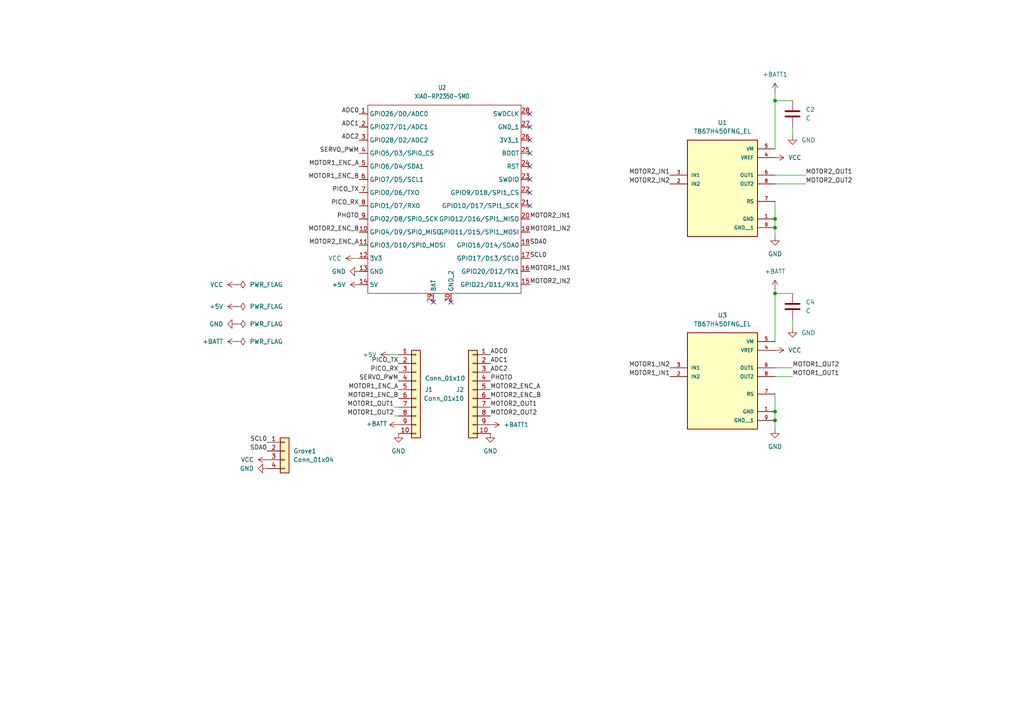
<source format=kicad_sch>
(kicad_sch (version 20250114) (generator "eeschema") (generator_version "9.0")
  (paper "A4")
  (lib_symbols
    (symbol "Connector_Generic:Conn_01x04" (pin_names (offset 1.016) (hide yes))
      (property "Reference" "J" (at 0 5.08 0))
      (property "Value" "Conn_01x04" (at 0 -7.62 0))
      (symbol "Conn_01x04_1_1"
        (rectangle (start -1.27 3.81) (end 1.27 -6.35) (stroke (width 0.254)) (fill (type background)))
        (rectangle (start -1.27 2.667) (end 0 2.413) (stroke (width 0.1524)))
        (rectangle (start -1.27 0.127) (end 0 -0.127) (stroke (width 0.1524)))
        (rectangle (start -1.27 -2.413) (end 0 -2.667) (stroke (width 0.1524)))
        (rectangle (start -1.27 -4.953) (end 0 -5.207) (stroke (width 0.1524)))
        (pin passive line (at -5.08 2.54 0) (length 3.81) (name "Pin_1") (number "1"))
        (pin passive line (at -5.08 0 0) (length 3.81) (name "Pin_2") (number "2"))
        (pin passive line (at -5.08 -2.54 0) (length 3.81) (name "Pin_3") (number "3"))
        (pin passive line (at -5.08 -5.08 0) (length 3.81) (name "Pin_4") (number "4"))
      )
    )
    (symbol "Connector_Generic:Conn_01x10" (pin_names (offset 1.016) (hide yes))
      (property "Reference" "J" (at 0 12.7 0))
      (property "Value" "Conn_01x10" (at 0 -15.24 0))
      (symbol "Conn_01x10_1_1"
        (rectangle (start -1.27 11.43) (end 1.27 -13.97) (stroke (width 0.254)) (fill (type background)))
        (rectangle (start -1.27 10.287) (end 0 10.033) (stroke (width 0.1524)))
        (rectangle (start -1.27 7.747) (end 0 7.493) (stroke (width 0.1524)))
        (rectangle (start -1.27 5.207) (end 0 4.953) (stroke (width 0.1524)))
        (rectangle (start -1.27 2.667) (end 0 2.413) (stroke (width 0.1524)))
        (rectangle (start -1.27 0.127) (end 0 -0.127) (stroke (width 0.1524)))
        (rectangle (start -1.27 -2.413) (end 0 -2.667) (stroke (width 0.1524)))
        (rectangle (start -1.27 -4.953) (end 0 -5.207) (stroke (width 0.1524)))
        (rectangle (start -1.27 -7.493) (end 0 -7.747) (stroke (width 0.1524)))
        (rectangle (start -1.27 -10.033) (end 0 -10.287) (stroke (width 0.1524)))
        (rectangle (start -1.27 -12.573) (end 0 -12.827) (stroke (width 0.1524)))
        (pin passive line (at -5.08 10.16 0) (length 3.81) (name "Pin_1") (number "1"))
        (pin passive line (at -5.08 7.62 0) (length 3.81) (name "Pin_2") (number "2"))
        (pin passive line (at -5.08 5.08 0) (length 3.81) (name "Pin_3") (number "3"))
        (pin passive line (at -5.08 2.54 0) (length 3.81) (name "Pin_4") (number "4"))
        (pin passive line (at -5.08 0 0) (length 3.81) (name "Pin_5") (number "5"))
        (pin passive line (at -5.08 -2.54 0) (length 3.81) (name "Pin_6") (number "6"))
        (pin passive line (at -5.08 -5.08 0) (length 3.81) (name "Pin_7") (number "7"))
        (pin passive line (at -5.08 -7.62 0) (length 3.81) (name "Pin_8") (number "8"))
        (pin passive line (at -5.08 -10.16 0) (length 3.81) (name "Pin_9") (number "9"))
        (pin passive line (at -5.08 -12.7 0) (length 3.81) (name "Pin_10") (number "10"))
      )
    )
    (symbol "Device:C" (pin_numbers (hide yes)) (pin_names (offset 0.254))
      (property "Reference" "C" (at 0.635 2.54 0))
      (property "Value" "C" (at 0.635 -2.54 0))
      (symbol "C_0_1"
        (polyline (pts (xy -2.032 0.762) (xy 2.032 0.762)) (stroke (width 0.508)))
        (polyline (pts (xy -2.032 -0.762) (xy 2.032 -0.762)) (stroke (width 0.508)))
      )
      (symbol "C_1_1"
        (pin passive line (at 0 3.81 270) (length 2.794) (name "~") (number "1"))
        (pin passive line (at 0 -3.81 90) (length 2.794) (name "~") (number "2"))
      )
    )
    (symbol "Seeed_Studio_XIAO_Series:XIAO-RP2350-SMD"
      (property "Reference" "U" (at -21.59 27.432 0))
      (property "Value" "XIAO-RP2350-SMD" (at -21.59 25.654 0))
      (symbol "XIAO-RP2350-SMD_0_1"
        (rectangle (start -21.59 25.4) (end 22.86 -29.21))
      )
      (symbol "XIAO-RP2350-SMD_1_0"
        (polyline (pts (xy -22.86 -3.81) (xy -21.59 -3.81)) (stroke (width 0.1524)))
        (polyline (pts (xy -22.86 -7.62) (xy -21.59 -7.62)) (stroke (width 0.1524)))
        (polyline (pts (xy -22.86 -11.43) (xy -21.59 -11.43)) (stroke (width 0.1524)))
        (polyline (pts (xy -22.86 -15.24) (xy -21.59 -15.24)) (stroke (width 0.1524)))
        (polyline (pts (xy -22.86 -19.05) (xy -21.59 -19.05)) (stroke (width 0.1524)))
        (polyline (pts (xy -22.86 -22.86) (xy -21.59 -22.86)) (stroke (width 0.1524)))
        (polyline (pts (xy -22.86 -26.67) (xy -21.59 -26.67)) (stroke (width 0.1524)))
        (polyline (pts (xy -21.59 22.86) (xy -22.86 22.86)) (stroke (width 0.1524)))
        (polyline (pts (xy -21.59 19.05) (xy -22.86 19.05)) (stroke (width 0.1524)))
        (polyline (pts (xy -21.59 15.24) (xy -22.86 15.24)) (stroke (width 0.1524)))
        (polyline (pts (xy -21.59 11.43) (xy -22.86 11.43)) (stroke (width 0.1524)))
        (polyline (pts (xy -21.59 7.62) (xy -22.86 7.62)) (stroke (width 0.1524)))
        (polyline (pts (xy -21.59 3.81) (xy -22.86 3.81)) (stroke (width 0.1524)))
        (polyline (pts (xy -21.59 0) (xy -22.86 0)) (stroke (width 0.1524)))
        (pin passive line (at -24.13 22.86 0) (length 2.54) (name "GPIO26/D0/ADC0") (number "1"))
        (pin passive line (at -24.13 19.05 0) (length 2.54) (name "GPIO27/D1/ADC1") (number "2"))
        (pin passive line (at -24.13 15.24 0) (length 2.54) (name "GPIO28/D2/ADC2") (number "3"))
        (pin passive line (at -24.13 11.43 0) (length 2.54) (name "GPIO5/D3/SPI0_CS") (number "4"))
        (pin passive line (at -24.13 7.62 0) (length 2.54) (name "GPIO6/D4/SDA1") (number "5"))
        (pin passive line (at -24.13 3.81 0) (length 2.54) (name "GPIO7/D5/SCL1") (number "6"))
        (pin passive line (at -24.13 0 0) (length 2.54) (name "GPIO0/D6/TXO") (number "7"))
        (pin passive line (at -24.13 -3.81 0) (length 2.54) (name "GPIO1/D7/RX0") (number "8"))
        (pin passive line (at -24.13 -7.62 0) (length 2.54) (name "GPIO2/D8/SPI0_SCK") (number "9"))
        (pin passive line (at -24.13 -11.43 0) (length 2.54) (name "GPIO4/D9/SPI0_MISO") (number "10"))
        (pin passive line (at -24.13 -15.24 0) (length 2.54) (name "GPIO3/D10/SPI0_MOSI") (number "11"))
        (pin passive line (at -24.13 -19.05 0) (length 2.54) (name "3V3") (number "12"))
        (pin passive line (at -24.13 -22.86 0) (length 2.54) (name "GND") (number "13"))
        (pin passive line (at -24.13 -26.67 0) (length 2.54) (name "5V") (number "14"))
      )
      (symbol "XIAO-RP2350-SMD_1_1"
        (pin passive line (at -2.54 -31.75 90) (length 2.54) (name "BAT") (number "29"))
        (pin passive line (at 2.54 -31.75 90) (length 2.54) (name "GND_2") (number "30"))
        (pin passive line (at 25.4 22.86 180) (length 2.54) (name "SWDCLK") (number "28"))
        (pin passive line (at 25.4 19.05 180) (length 2.54) (name "GND_1") (number "27"))
        (pin passive line (at 25.4 15.24 180) (length 2.54) (name "3V3_1") (number "26"))
        (pin passive line (at 25.4 11.43 180) (length 2.54) (name "BOOT") (number "25"))
        (pin passive line (at 25.4 7.62 180) (length 2.54) (name "RST") (number "24"))
        (pin passive line (at 25.4 3.81 180) (length 2.54) (name "SWDIO") (number "23"))
        (pin passive line (at 25.4 0 180) (length 2.54) (name "GPIO9/D18/SPI1_CS") (number "22"))
        (pin passive line (at 25.4 -3.81 180) (length 2.54) (name "GPIO10/D17/SPI1_SCK") (number "21"))
        (pin passive line (at 25.4 -7.62 180) (length 2.54) (name "GPIO12/D16/SPI1_MISO") (number "20"))
        (pin passive line (at 25.4 -11.43 180) (length 2.54) (name "GPIO11/D15/SPI1_MOSI") (number "19"))
        (pin passive line (at 25.4 -15.24 180) (length 2.54) (name "GPIO16/D14/SDA0") (number "18"))
        (pin passive line (at 25.4 -19.05 180) (length 2.54) (name "GPIO17/D13/SCL0") (number "17"))
        (pin passive line (at 25.4 -22.86 180) (length 2.54) (name "GPIO20/D12/TX1") (number "16"))
        (pin passive line (at 25.4 -26.67 180) (length 2.54) (name "GPIO21/D11/RX1") (number "15"))
      )
    )
    (symbol "TB67H450FNG_EL:TB67H450FNG_EL" (pin_names (offset 1.016))
      (property "Reference" "U" (at -10.16 13.462 0))
      (property "Value" "TB67H450FNG_EL" (at -10.16 -17.78 0))
      (symbol "TB67H450FNG_EL_0_0"
        (rectangle (start -10.16 -15.24) (end 10.16 12.7) (stroke (width 0.254)) (fill (type background)))
        (pin input line (at -15.24 2.54 0) (length 5.08) (name "IN1") (number "3"))
        (pin input line (at -15.24 0 0) (length 5.08) (name "IN2") (number "2"))
        (pin power_in line (at 15.24 10.16 180) (length 5.08) (name "VM") (number "5"))
        (pin power_in line (at 15.24 7.62 180) (length 5.08) (name "VREF") (number "4"))
        (pin output line (at 15.24 2.54 180) (length 5.08) (name "OUT1") (number "6"))
        (pin output line (at 15.24 0 180) (length 5.08) (name "OUT2") (number "8"))
        (pin output line (at 15.24 -5.08 180) (length 5.08) (name "RS") (number "7"))
        (pin power_in line (at 15.24 -10.16 180) (length 5.08) (name "GND") (number "1"))
        (pin power_in line (at 15.24 -12.7 180) (length 5.08) (name "GND__1") (number "9"))
      )
    )
    (symbol "power:+5V" (power) (pin_numbers (hide yes)) (pin_names (offset 0) (hide yes))
      (property "Value" "+5V" (at 0 3.556 0))
      (symbol "+5V_0_1"
        (polyline (pts (xy -0.762 1.27) (xy 0 2.54)))
        (polyline (pts (xy 0 2.54) (xy 0.762 1.27)))
        (polyline (pts (xy 0 0) (xy 0 2.54)))
      )
      (symbol "+5V_1_1"
        (pin power_in line (at 0 0 90) (length 0) (name "~") (number "1"))
      )
    )
    (symbol "power:+BATT" (power) (pin_numbers (hide yes)) (pin_names (offset 0) (hide yes))
      (property "Value" "+BATT" (at 0 3.556 0))
      (symbol "+BATT_0_1"
        (polyline (pts (xy -0.762 1.27) (xy 0 2.54)))
        (polyline (pts (xy 0 2.54) (xy 0.762 1.27)))
        (polyline (pts (xy 0 0) (xy 0 2.54)))
      )
      (symbol "+BATT_1_1"
        (pin power_in line (at 0 0 90) (length 0) (name "~") (number "1"))
      )
    )
    (symbol "power:GND" (power) (pin_names (offset 0))
      (property "Value" "GND" (at 0 -3.81 0))
      (symbol "GND_0_1"
        (polyline (pts (xy 0 0) (xy 0 -1.27) (xy 1.27 -1.27) (xy 0 -2.54) (xy -1.27 -1.27) (xy 0 -1.27)))
      )
      (symbol "GND_1_1"
        (pin power_in line (at 0 0 270) (length 0) (hide yes) (name "GND") (number "1"))
      )
    )
    (symbol "power:PWR_FLAG" (power) (pin_numbers (hide yes)) (pin_names (offset 0) (hide yes))
      (property "Value" "PWR_FLAG" (at 0 3.81 0))
      (symbol "PWR_FLAG_0_0"
        (pin power_out line (at 0 0 90) (length 0) (name "~") (number "1"))
      )
      (symbol "PWR_FLAG_0_1"
        (polyline (pts (xy 0 0) (xy 0 1.27) (xy -1.016 1.905) (xy 0 2.54) (xy 1.016 1.905) (xy 0 1.27)))
      )
    )
    (symbol "power:VCC" (power) (pin_names (offset 0))
      (property "Value" "VCC" (at 0 3.81 0))
      (symbol "VCC_0_1"
        (polyline (pts (xy -0.762 1.27) (xy 0 2.54)))
        (polyline (pts (xy 0 2.54) (xy 0.762 1.27)))
        (polyline (pts (xy 0 0) (xy 0 2.54)))
      )
      (symbol "VCC_1_1"
        (pin power_in line (at 0 0 90) (length 0) (hide yes) (name "VCC") (number "1"))
      )
    )
  )
  (junction (at 224.79 85.09))
  (junction (at 224.79 66.04))
  (junction (at 224.79 29.21))
  (junction (at 224.79 63.5))
  (junction (at 224.79 119.38))
  (junction (at 224.79 121.92))
  (no_connect (at 153.67 55.88))
  (no_connect (at 153.67 40.64))
  (no_connect (at 153.67 59.69))
  (no_connect (at 125.73 87.63))
  (no_connect (at 130.81 87.63))
  (no_connect (at 153.67 36.83))
  (no_connect (at 153.67 52.07))
  (no_connect (at 153.67 44.45))
  (no_connect (at 153.67 33.02))
  (no_connect (at 153.67 48.26))
  (wire (pts (xy 224.79 58.42) (xy 224.79 63.5)))
  (wire (pts (xy 224.79 29.21) (xy 229.87 29.21)))
  (wire (pts (xy 224.79 68.58) (xy 224.79 66.04)))
  (wire (pts (xy 102.87 74.93) (xy 104.14 74.93)))
  (wire (pts (xy 224.79 63.5) (xy 224.79 66.04)))
  (wire (pts (xy 224.79 83.82) (xy 224.79 85.09)))
  (wire (pts (xy 224.79 119.38) (xy 224.79 121.92)))
  (wire (pts (xy 224.79 26.67) (xy 224.79 29.21)))
  (wire (pts (xy 224.79 109.22) (xy 229.87 109.22)))
  (wire (pts (xy 233.68 50.8) (xy 224.79 50.8)))
  (wire (pts (xy 233.68 53.34) (xy 224.79 53.34)))
  (wire (pts (xy 224.79 85.09) (xy 224.79 99.06)))
  (wire (pts (xy 224.79 85.09) (xy 229.87 85.09)))
  (wire (pts (xy 114.3 120.65) (xy 115.57 120.65)))
  (wire (pts (xy 224.79 114.3) (xy 224.79 119.38)))
  (wire (pts (xy 224.79 106.68) (xy 229.87 106.68)))
  (wire (pts (xy 113.03 102.87) (xy 115.57 102.87)))
  (wire (pts (xy 224.79 124.46) (xy 224.79 121.92)))
  (wire (pts (xy 224.79 29.21) (xy 224.79 43.18)))
  (wire (pts (xy 229.87 92.71) (xy 229.87 95.25)))
  (wire (pts (xy 229.87 36.83) (xy 229.87 39.37)))
  (wire (pts (xy 114.3 118.11) (xy 115.57 118.11)))
  (label "MOTOR2_IN1" (at 194.31 50.8 180))
  (label "MOTOR2_IN2" (at 194.31 53.34 180))
  (label "ADC1" (at 104.14 36.83 180))
  (label "MOTOR2_ENC_B" (at 142.24 115.57 0))
  (label "MOTOR1_OUT1" (at 114.3 118.11 180))
  (label "PICO_RX" (at 115.57 107.95 180))
  (label "ADC2" (at 142.24 107.95 0))
  (label "PHOTO" (at 142.24 110.49 0))
  (label "SERVO_PWM" (at 115.57 110.49 180))
  (label "ADC2" (at 104.14 40.64 180))
  (label "MOTOR1_IN1" (at 194.31 109.22 180))
  (label "MOTOR1_IN1" (at 153.67 78.74 0))
  (label "MOTOR1_OUT1" (at 229.87 109.22 0))
  (label "MOTOR1_ENC_B" (at 104.14 52.07 180))
  (label "PICO_RX" (at 104.14 59.69 180))
  (label "MOTOR2_OUT2" (at 142.24 120.65 0))
  (label "MOTOR2_OUT1" (at 142.24 118.11 0))
  (label "MOTOR2_ENC_A" (at 104.14 71.12 180))
  (label "SCL0" (at 77.47 128.27 180))
  (label "ADC1" (at 142.24 105.41 0))
  (label "MOTOR2_OUT1" (at 233.68 50.8 0))
  (label "MOTOR2_OUT2" (at 233.68 53.34 0))
  (label "SCL0" (at 153.67 74.93 0))
  (label "ADC0" (at 104.14 33.02 180))
  (label "PICO_TX" (at 115.57 105.41 180))
  (label "MOTOR1_IN2" (at 153.67 67.31 0))
  (label "MOTOR1_OUT2" (at 229.87 106.68 0))
  (label "SDA0" (at 153.67 71.12 0))
  (label "ADC0" (at 142.24 102.87 0))
  (label "MOTOR1_ENC_B" (at 115.57 115.57 180))
  (label "MOTOR2_IN2" (at 153.67 82.55 0))
  (label "MOTOR2_ENC_A" (at 142.24 113.03 0))
  (label "MOTOR1_OUT2" (at 114.3 120.65 180))
  (label "MOTOR1_ENC_A" (at 115.57 113.03 180))
  (label "SDA0" (at 77.47 130.81 180))
  (label "PHOTO" (at 104.14 63.5 180))
  (label "MOTOR1_IN2" (at 194.31 106.68 180))
  (label "PICO_TX" (at 104.14 55.88 180))
  (label "SERVO_PWM" (at 104.14 44.45 180))
  (label "MOTOR2_ENC_B" (at 104.14 67.31 180))
  (label "MOTOR2_IN1" (at 153.67 63.5 0))
  (label "MOTOR1_ENC_A" (at 104.14 48.26 180))
  (symbol (lib_id "power:PWR_FLAG") (at 68.58 99.06 270) (unit 1)
    (property "Reference" "#FLG04" (effects (hide yes)))
    (property "Value" "PWR_FLAG" (at 72.39 99.0599 90) (effects (justify left)))
    (property "Description" "Special symbol for telling ERC where power comes from" (effects (hide yes)))
  )
  (symbol (lib_id "power:PWR_FLAG") (at 68.58 93.98 270) (unit 1)
    (property "Reference" "#FLG03" (effects (hide yes)))
    (property "Value" "PWR_FLAG" (at 72.39 93.9799 90) (effects (justify left)))
    (property "Description" "Special symbol for telling ERC where power comes from" (effects (hide yes)))
  )
  (symbol (lib_id "power:GND") (at 104.14 78.74 270) (unit 1)
    (property "Reference" "#PWR08" (effects (hide yes)))
    (property "Value" "GND" (at 100.33 78.7399 90) (effects (justify right)))
  )
  (symbol (lib_id "power:+BATT") (at 224.79 83.82 0) (unit 1)
    (property "Reference" "#PWR01" (effects (hide yes)))
    (property "Value" "+BATT" (at 224.79 78.74 0))
    (property "Description" "Power symbol creates a global label with name \"+BATT\"" (effects (hide yes)))
  )
  (symbol (lib_id "Connector_Generic:Conn_01x10") (at 120.65 113.03 0) (unit 1)
    (property "Reference" "J1" (at 123.19 113.0299 0) (effects (justify left)))
    (property "Value" "Conn_01x10" (at 123.19 109.728 0) (effects (justify left)))
    (property "Footprint" "Connector_PinSocket_2.54mm:PinSocket_1x10_P2.54mm_Vertical" (effects (hide yes)))
    (property "Description" "Generic connector, single row, 01x10, script generated (kicad-library-utils/schlib/autogen/connector/)" (effects (hide yes)))
  )
  (symbol (lib_id "power:VCC") (at 224.79 45.72 270) (unit 1)
    (property "Reference" "#PWR05" (effects (hide yes)))
    (property "Value" "VCC" (at 228.6 45.7199 90) (effects (justify left)))
  )
  (symbol (lib_id "power:VCC") (at 224.79 101.6 270) (unit 1)
    (property "Reference" "#PWR017" (effects (hide yes)))
    (property "Value" "VCC" (at 228.6 101.5999 90) (effects (justify left)))
  )
  (symbol (lib_id "power:VCC") (at 77.47 133.35 90) (unit 1)
    (property "Reference" "#PWR024" (effects (hide yes)))
    (property "Value" "VCC" (at 73.66 133.3499 90) (effects (justify left)))
  )
  (symbol (lib_id "TB67H450FNG_EL:TB67H450FNG_EL") (at 209.55 109.22 0) (unit 1)
    (property "Reference" "U3" (at 209.55 91.44 0))
    (property "Value" "TB67H450FNG_EL" (at 209.55 93.98 0))
    (property "Footprint" "Library:SOIC127P599X175-9N" (effects (hide yes)))
    (property "PARTREV" "3.0" (effects (hide yes)))
    (property "SNAPEDA_PN" "TB67H450FNG,EL" (effects (hide yes)))
    (property "STANDARD" "IPC-7351B" (effects (hide yes)))
    (property "MAXIMUM_PACKAGE_HEIGHT" "1.75 mm" (effects (hide yes)))
    (property "MANUFACTURER" "Toshiba Semiconductor and Storage" (effects (hide yes)))
  )
  (symbol (lib_id "power:GND") (at 77.47 135.89 270) (unit 1)
    (property "Reference" "#PWR025" (effects (hide yes)))
    (property "Value" "GND" (at 73.66 135.8899 90) (effects (justify right)))
  )
  (symbol (lib_id "Connector_Generic:Conn_01x10") (at 137.16 113.03 0) (mirror y) (unit 1)
    (property "Reference" "J2" (at 134.62 113.0299 0) (effects (justify left)))
    (property "Value" "Conn_01x10" (at 134.62 115.5699 0) (effects (justify left)))
    (property "Footprint" "Connector_PinSocket_2.54mm:PinSocket_1x10_P2.54mm_Vertical" (effects (hide yes)))
    (property "Description" "Generic connector, single row, 01x10, script generated (kicad-library-utils/schlib/autogen/connector/)" (effects (hide yes)))
  )
  (symbol (lib_id "power:VCC") (at 102.87 74.93 90) (unit 1)
    (property "Reference" "#PWR07" (effects (hide yes)))
    (property "Value" "VCC" (at 99.06 74.9299 90) (effects (justify left)))
  )
  (symbol (lib_id "Device:C") (at 229.87 33.02 0) (unit 1)
    (property "Reference" "C2" (at 233.68 31.75 0) (effects (justify left)))
    (property "Value" "C" (at 233.68 34.29 0) (effects (justify left)))
    (property "Footprint" "Capacitor_SMD:C_0805_2012Metric_Pad1.18x1.45mm_HandSolder" (effects (hide yes)))
  )
  (symbol (lib_id "power:GND") (at 224.79 124.46 0) (unit 1)
    (property "Reference" "#PWR021" (effects (hide yes)))
    (property "Value" "GND" (at 224.79 129.54 0))
  )
  (symbol (lib_id "power:GND") (at 229.87 95.25 0) (unit 1)
    (property "Reference" "#PWR015" (effects (hide yes)))
    (property "Value" "GND" (at 232.41 96.52 0) (effects (justify left)))
  )
  (symbol (lib_id "power:GND") (at 142.24 125.73 0) (unit 1)
    (property "Reference" "#PWR023" (effects (hide yes)))
    (property "Value" "GND" (at 142.24 130.81 0))
  )
  (symbol (lib_id "power:+5V") (at 104.14 82.55 90) (unit 1)
    (property "Reference" "#PWR010" (effects (hide yes)))
    (property "Value" "+5V" (at 100.33 82.5499 90) (effects (justify left)))
    (property "Description" "Power symbol creates a global label with name \"+5V\"" (effects (hide yes)))
  )
  (symbol (lib_id "power:+BATT") (at 224.79 26.67 0) (unit 1)
    (property "Reference" "#PWR011" (effects (hide yes)))
    (property "Value" "+BATT1" (at 224.79 21.59 0))
    (property "Description" "Power symbol creates a global label with name \"+BATT\"" (effects (hide yes)))
  )
  (symbol (lib_id "power:GND") (at 229.87 39.37 0) (unit 1)
    (property "Reference" "#PWR03" (effects (hide yes)))
    (property "Value" "GND" (at 232.41 40.64 0) (effects (justify left)))
  )
  (symbol (lib_id "power:+5V") (at 113.03 102.87 90) (unit 1)
    (property "Reference" "#PWR020" (effects (hide yes)))
    (property "Value" "+5V" (at 109.22 102.8699 90) (effects (justify left)))
    (property "Description" "Power symbol creates a global label with name \"+5V\"" (effects (hide yes)))
  )
  (symbol (lib_id "TB67H450FNG_EL:TB67H450FNG_EL") (at 209.55 53.34 0) (unit 1)
    (property "Reference" "U1" (at 209.55 35.56 0))
    (property "Value" "TB67H450FNG_EL" (at 209.55 38.1 0))
    (property "Footprint" "Library:SOIC127P599X175-9N" (effects (hide yes)))
    (property "PARTREV" "3.0" (effects (hide yes)))
    (property "SNAPEDA_PN" "TB67H450FNG,EL" (effects (hide yes)))
    (property "STANDARD" "IPC-7351B" (effects (hide yes)))
    (property "MAXIMUM_PACKAGE_HEIGHT" "1.75 mm" (effects (hide yes)))
    (property "MANUFACTURER" "Toshiba Semiconductor and Storage" (effects (hide yes)))
  )
  (symbol (lib_id "power:+BATT") (at 68.58 99.06 90) (unit 1)
    (property "Reference" "#PWR016" (effects (hide yes)))
    (property "Value" "+BATT" (at 64.77 99.0599 90) (effects (justify left)))
    (property "Description" "Power symbol creates a global label with name \"+BATT\"" (effects (hide yes)))
  )
  (symbol (lib_id "Seeed_Studio_XIAO_Series:XIAO-RP2350-SMD") (at 128.27 55.88 0) (unit 1)
    (property "Reference" "U2" (at 128.2319 25.4 0) (effects (font (size 1.27 1.0795))))
    (property "Value" "XIAO-RP2350-SMD" (at 128.2319 27.94 0) (effects (font (size 1.27 1.0795))))
    (property "Footprint" "Seeed Studio XIAO Series Library:XIAO-RP2350-SMD" (effects (hide yes)))
  )
  (symbol (lib_id "power:VCC") (at 68.58 82.55 90) (unit 1)
    (property "Reference" "#PWR09" (effects (hide yes)))
    (property "Value" "VCC" (at 64.77 82.5499 90) (effects (justify left)))
  )
  (symbol (lib_id "power:GND") (at 224.79 68.58 0) (unit 1)
    (property "Reference" "#PWR06" (effects (hide yes)))
    (property "Value" "GND" (at 224.79 73.66 0))
  )
  (symbol (lib_id "power:PWR_FLAG") (at 68.58 82.55 270) (unit 1)
    (property "Reference" "#FLG01" (effects (hide yes)))
    (property "Value" "PWR_FLAG" (at 72.39 82.5499 90) (effects (justify left)))
    (property "Description" "Special symbol for telling ERC where power comes from" (effects (hide yes)))
  )
  (symbol (lib_id "power:+5V") (at 68.58 88.9 90) (unit 1)
    (property "Reference" "#PWR013" (effects (hide yes)))
    (property "Value" "+5V" (at 64.77 88.8999 90) (effects (justify left)))
    (property "Description" "Power symbol creates a global label with name \"+5V\"" (effects (hide yes)))
  )
  (symbol (lib_id "power:+BATT") (at 115.57 123.19 90) (unit 1)
    (property "Reference" "#PWR018" (effects (hide yes)))
    (property "Value" "+BATT" (at 109.22 122.936 90))
    (property "Description" "Power symbol creates a global label with name \"+BATT\"" (effects (hide yes)))
  )
  (symbol (lib_id "power:GND") (at 115.57 125.73 0) (unit 1)
    (property "Reference" "#PWR022" (effects (hide yes)))
    (property "Value" "GND" (at 115.57 130.81 0))
  )
  (symbol (lib_id "Connector_Generic:Conn_01x04") (at 82.55 130.81 0) (unit 1)
    (property "Reference" "Grove1" (at 85.09 130.8099 0) (effects (justify left)))
    (property "Value" "Conn_01x04" (at 85.09 133.3499 0) (effects (justify left)))
    (property "Footprint" "Connector_JST:JST_PH_S4B-PH-K_1x04_P2.00mm_Horizontal" (effects (hide yes)))
    (property "Description" "Generic connector, single row, 01x04, script generated (kicad-library-utils/schlib/autogen/connector/)" (effects (hide yes)))
  )
  (symbol (lib_id "power:PWR_FLAG") (at 68.58 88.9 270) (unit 1)
    (property "Reference" "#FLG02" (effects (hide yes)))
    (property "Value" "PWR_FLAG" (at 72.39 88.8999 90) (effects (justify left)))
    (property "Description" "Special symbol for telling ERC where power comes from" (effects (hide yes)))
  )
  (symbol (lib_id "power:+BATT") (at 142.24 123.19 270) (unit 1)
    (property "Reference" "#PWR019" (effects (hide yes)))
    (property "Value" "+BATT1" (at 146.05 123.1899 90) (effects (justify left)))
    (property "Description" "Power symbol creates a global label with name \"+BATT\"" (effects (hide yes)))
  )
  (symbol (lib_id "power:GND") (at 68.58 93.98 270) (unit 1)
    (property "Reference" "#PWR014" (effects (hide yes)))
    (property "Value" "GND" (at 64.77 93.9799 90) (effects (justify right)))
  )
  (symbol (lib_id "Device:C") (at 229.87 88.9 0) (unit 1)
    (property "Reference" "C4" (at 233.68 87.63 0) (effects (justify left)))
    (property "Value" "C" (at 233.68 90.17 0) (effects (justify left)))
    (property "Footprint" "Capacitor_SMD:C_0805_2012Metric_Pad1.18x1.45mm_HandSolder" (effects (hide yes)))
  )
)
</source>
